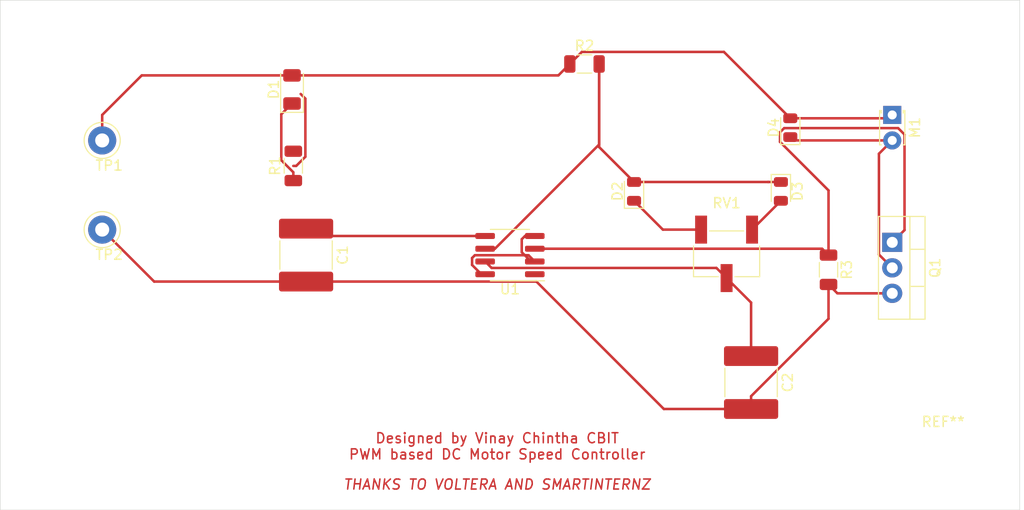
<source format=kicad_pcb>
(kicad_pcb (version 20171130) (host pcbnew "(5.1.9)-1")

  (general
    (thickness 1.6)
    (drawings 6)
    (tracks 71)
    (zones 0)
    (modules 16)
    (nets 13)
  )

  (page A4)
  (layers
    (0 F.Cu signal)
    (31 B.Cu signal)
    (32 B.Adhes user hide)
    (33 F.Adhes user)
    (34 B.Paste user hide)
    (35 F.Paste user)
    (36 B.SilkS user)
    (37 F.SilkS user)
    (38 B.Mask user)
    (39 F.Mask user)
    (40 Dwgs.User user)
    (41 Cmts.User user)
    (42 Eco1.User user)
    (43 Eco2.User user)
    (44 Edge.Cuts user)
    (45 Margin user)
    (46 B.CrtYd user)
    (47 F.CrtYd user)
    (48 B.Fab user)
    (49 F.Fab user)
  )

  (setup
    (last_trace_width 0.25)
    (trace_clearance 0.2)
    (zone_clearance 0.508)
    (zone_45_only no)
    (trace_min 0.2)
    (via_size 0.8)
    (via_drill 0.4)
    (via_min_size 0.4)
    (via_min_drill 0.3)
    (uvia_size 0.3)
    (uvia_drill 0.1)
    (uvias_allowed no)
    (uvia_min_size 0.2)
    (uvia_min_drill 0.1)
    (edge_width 0.05)
    (segment_width 0.2)
    (pcb_text_width 0.3)
    (pcb_text_size 1.5 1.5)
    (mod_edge_width 0.12)
    (mod_text_size 1 1)
    (mod_text_width 0.15)
    (pad_size 1.524 1.524)
    (pad_drill 0.762)
    (pad_to_mask_clearance 0)
    (aux_axis_origin 0 0)
    (grid_origin 233.68 -15.24)
    (visible_elements 7FFFFFFF)
    (pcbplotparams
      (layerselection 0x010fc_ffffffff)
      (usegerberextensions false)
      (usegerberattributes true)
      (usegerberadvancedattributes true)
      (creategerberjobfile true)
      (excludeedgelayer true)
      (linewidth 0.100000)
      (plotframeref false)
      (viasonmask false)
      (mode 1)
      (useauxorigin false)
      (hpglpennumber 1)
      (hpglpenspeed 20)
      (hpglpendiameter 15.000000)
      (psnegative false)
      (psa4output false)
      (plotreference true)
      (plotvalue true)
      (plotinvisibletext false)
      (padsonsilk false)
      (subtractmaskfromsilk false)
      (outputformat 4)
      (mirror false)
      (drillshape 0)
      (scaleselection 1)
      (outputdirectory ""))
  )

  (net 0 "")
  (net 1 "Net-(C1-Pad2)")
  (net 2 /C1)
  (net 3 "Net-(C2-Pad1)")
  (net 4 "Net-(D1-Pad2)")
  (net 5 "Net-(D1-Pad1)")
  (net 6 /2D)
  (net 7 "Net-(D2-Pad1)")
  (net 8 "Net-(D3-Pad2)")
  (net 9 "Net-(D4-Pad1)")
  (net 10 "Net-(Q1-Pad1)")
  (net 11 "Net-(R1-Pad2)")
  (net 12 /VCC)

  (net_class Default "This is the default net class."
    (clearance 0.2)
    (trace_width 0.25)
    (via_dia 0.8)
    (via_drill 0.4)
    (uvia_dia 0.3)
    (uvia_drill 0.1)
    (add_net /2D)
    (add_net /C1)
    (add_net /VCC)
    (add_net "Net-(C1-Pad2)")
    (add_net "Net-(C2-Pad1)")
    (add_net "Net-(D1-Pad1)")
    (add_net "Net-(D1-Pad2)")
    (add_net "Net-(D2-Pad1)")
    (add_net "Net-(D3-Pad2)")
    (add_net "Net-(D4-Pad1)")
    (add_net "Net-(Q1-Pad1)")
    (add_net "Net-(R1-Pad2)")
  )

  (module MountingHole:MountingHole_2.7mm (layer F.Cu) (tedit 56D1B4CB) (tstamp 60553932)
    (at 175.26 119.38)
    (descr "Mounting Hole 2.7mm, no annular")
    (tags "mounting hole 2.7mm no annular")
    (attr virtual)
    (fp_text reference REF** (at 0 -3.7) (layer F.SilkS)
      (effects (font (size 1 1) (thickness 0.15)))
    )
    (fp_text value MountingHole_2.7mm (at 0 3.7) (layer F.Fab)
      (effects (font (size 1 1) (thickness 0.15)))
    )
    (fp_text user %R (at 0.3 0) (layer F.Fab)
      (effects (font (size 1 1) (thickness 0.15)))
    )
    (fp_circle (center 0 0) (end 2.7 0) (layer Cmts.User) (width 0.15))
    (fp_circle (center 0 0) (end 2.95 0) (layer F.CrtYd) (width 0.05))
    (pad 1 np_thru_hole circle (at 0 0) (size 2.7 2.7) (drill 2.7) (layers *.Cu *.Mask))
  )

  (module Package_SO:SOIC-8_3.9x4.9mm_P1.27mm (layer F.Cu) (tedit 5D9F72B1) (tstamp 6054BAEC)
    (at 132.08 99.06 180)
    (descr "SOIC, 8 Pin (JEDEC MS-012AA, https://www.analog.com/media/en/package-pcb-resources/package/pkg_pdf/soic_narrow-r/r_8.pdf), generated with kicad-footprint-generator ipc_gullwing_generator.py")
    (tags "SOIC SO")
    (path /60533BA9)
    (attr smd)
    (fp_text reference U1 (at 0 -3.4) (layer F.SilkS)
      (effects (font (size 1 1) (thickness 0.15)))
    )
    (fp_text value LM555xM (at 0 3.4) (layer F.Fab)
      (effects (font (size 1 1) (thickness 0.15)))
    )
    (fp_text user %R (at 0 0) (layer F.Fab)
      (effects (font (size 0.98 0.98) (thickness 0.15)))
    )
    (fp_line (start 0 2.56) (end 1.95 2.56) (layer F.SilkS) (width 0.12))
    (fp_line (start 0 2.56) (end -1.95 2.56) (layer F.SilkS) (width 0.12))
    (fp_line (start 0 -2.56) (end 1.95 -2.56) (layer F.SilkS) (width 0.12))
    (fp_line (start 0 -2.56) (end -3.45 -2.56) (layer F.SilkS) (width 0.12))
    (fp_line (start -0.975 -2.45) (end 1.95 -2.45) (layer F.Fab) (width 0.1))
    (fp_line (start 1.95 -2.45) (end 1.95 2.45) (layer F.Fab) (width 0.1))
    (fp_line (start 1.95 2.45) (end -1.95 2.45) (layer F.Fab) (width 0.1))
    (fp_line (start -1.95 2.45) (end -1.95 -1.475) (layer F.Fab) (width 0.1))
    (fp_line (start -1.95 -1.475) (end -0.975 -2.45) (layer F.Fab) (width 0.1))
    (fp_line (start -3.7 -2.7) (end -3.7 2.7) (layer F.CrtYd) (width 0.05))
    (fp_line (start -3.7 2.7) (end 3.7 2.7) (layer F.CrtYd) (width 0.05))
    (fp_line (start 3.7 2.7) (end 3.7 -2.7) (layer F.CrtYd) (width 0.05))
    (fp_line (start 3.7 -2.7) (end -3.7 -2.7) (layer F.CrtYd) (width 0.05))
    (pad 8 smd roundrect (at 2.475 -1.905 180) (size 1.95 0.6) (layers F.Cu F.Paste F.Mask) (roundrect_rratio 0.25)
      (net 12 /VCC))
    (pad 7 smd roundrect (at 2.475 -0.635 180) (size 1.95 0.6) (layers F.Cu F.Paste F.Mask) (roundrect_rratio 0.25)
      (net 3 "Net-(C2-Pad1)"))
    (pad 6 smd roundrect (at 2.475 0.635 180) (size 1.95 0.6) (layers F.Cu F.Paste F.Mask) (roundrect_rratio 0.25)
      (net 6 /2D))
    (pad 5 smd roundrect (at 2.475 1.905 180) (size 1.95 0.6) (layers F.Cu F.Paste F.Mask) (roundrect_rratio 0.25)
      (net 2 /C1))
    (pad 4 smd roundrect (at -2.475 1.905 180) (size 1.95 0.6) (layers F.Cu F.Paste F.Mask) (roundrect_rratio 0.25)
      (net 12 /VCC))
    (pad 3 smd roundrect (at -2.475 0.635 180) (size 1.95 0.6) (layers F.Cu F.Paste F.Mask) (roundrect_rratio 0.25)
      (net 10 "Net-(Q1-Pad1)"))
    (pad 2 smd roundrect (at -2.475 -0.635 180) (size 1.95 0.6) (layers F.Cu F.Paste F.Mask) (roundrect_rratio 0.25)
      (net 12 /VCC))
    (pad 1 smd roundrect (at -2.475 -1.905 180) (size 1.95 0.6) (layers F.Cu F.Paste F.Mask) (roundrect_rratio 0.25)
      (net 1 "Net-(C1-Pad2)"))
    (model ${KISYS3DMOD}/Package_SO.3dshapes/SOIC-8_3.9x4.9mm_P1.27mm.wrl
      (at (xyz 0 0 0))
      (scale (xyz 1 1 1))
      (rotate (xyz 0 0 0))
    )
  )

  (module TestPoint:TestPoint_Loop_D3.50mm_Drill1.4mm_Beaded (layer F.Cu) (tedit 5A0F774F) (tstamp 6054BAD2)
    (at 91.44 96.52)
    (descr "wire loop with bead as test point, loop diameter 3.5mm, hole diameter 1.4mm")
    (tags "test point wire loop bead")
    (path /60584F94)
    (fp_text reference TP2 (at 0.7 2.5) (layer F.SilkS)
      (effects (font (size 1 1) (thickness 0.15)))
    )
    (fp_text value "- ve" (at 0 -2.8) (layer F.Fab)
      (effects (font (size 1 1) (thickness 0.15)))
    )
    (fp_text user %R (at 0.7 2.5) (layer F.Fab)
      (effects (font (size 1 1) (thickness 0.15)))
    )
    (fp_line (start -1.6 -0.3) (end -1.6 0.3) (layer F.Fab) (width 0.12))
    (fp_line (start -1.6 0.3) (end 1.6 0.3) (layer F.Fab) (width 0.12))
    (fp_line (start 1.6 0.3) (end 1.6 -0.3) (layer F.Fab) (width 0.12))
    (fp_line (start 1.6 -0.3) (end -1.6 -0.3) (layer F.Fab) (width 0.12))
    (fp_circle (center 0 0) (end 2.1 0) (layer F.CrtYd) (width 0.05))
    (fp_circle (center 0 0) (end 1.8 0) (layer F.SilkS) (width 0.12))
    (fp_circle (center 0 0) (end 1.5 0) (layer F.Fab) (width 0.12))
    (pad 1 thru_hole circle (at 0 0) (size 2.8 2.8) (drill 1.4) (layers *.Cu *.Mask)
      (net 1 "Net-(C1-Pad2)"))
    (model ${KISYS3DMOD}/TestPoint.3dshapes/TestPoint_Loop_D3.50mm_Drill1.4mm_Beaded.wrl
      (at (xyz 0 0 0))
      (scale (xyz 1 1 1))
      (rotate (xyz 0 0 0))
    )
  )

  (module TestPoint:TestPoint_Loop_D3.50mm_Drill1.4mm_Beaded (layer F.Cu) (tedit 5A0F774F) (tstamp 6054BAC5)
    (at 91.44 87.63)
    (descr "wire loop with bead as test point, loop diameter 3.5mm, hole diameter 1.4mm")
    (tags "test point wire loop bead")
    (path /60581DF0)
    (fp_text reference TP1 (at 0.7 2.5) (layer F.SilkS)
      (effects (font (size 1 1) (thickness 0.15)))
    )
    (fp_text value "+ ve" (at 0 -2.8) (layer F.Fab)
      (effects (font (size 1 1) (thickness 0.15)))
    )
    (fp_text user %R (at 0.7 2.5) (layer F.Fab)
      (effects (font (size 1 1) (thickness 0.15)))
    )
    (fp_line (start -1.6 -0.3) (end -1.6 0.3) (layer F.Fab) (width 0.12))
    (fp_line (start -1.6 0.3) (end 1.6 0.3) (layer F.Fab) (width 0.12))
    (fp_line (start 1.6 0.3) (end 1.6 -0.3) (layer F.Fab) (width 0.12))
    (fp_line (start 1.6 -0.3) (end -1.6 -0.3) (layer F.Fab) (width 0.12))
    (fp_circle (center 0 0) (end 2.1 0) (layer F.CrtYd) (width 0.05))
    (fp_circle (center 0 0) (end 1.8 0) (layer F.SilkS) (width 0.12))
    (fp_circle (center 0 0) (end 1.5 0) (layer F.Fab) (width 0.12))
    (pad 1 thru_hole circle (at 0 0) (size 2.8 2.8) (drill 1.4) (layers *.Cu *.Mask)
      (net 4 "Net-(D1-Pad2)"))
    (model ${KISYS3DMOD}/TestPoint.3dshapes/TestPoint_Loop_D3.50mm_Drill1.4mm_Beaded.wrl
      (at (xyz 0 0 0))
      (scale (xyz 1 1 1))
      (rotate (xyz 0 0 0))
    )
  )

  (module Potentiometer_SMD:Potentiometer_Bourns_3269W_Vertical (layer F.Cu) (tedit 5A3D7171) (tstamp 6054BAB8)
    (at 153.67 98.935)
    (descr "Potentiometer, vertical, Bourns 3269W, https://www.bourns.com/docs/Product-Datasheets/3269.pdf")
    (tags "Potentiometer vertical Bourns 3269W")
    (path /6053F2AD)
    (attr smd)
    (fp_text reference RV1 (at 0 -5.06) (layer F.SilkS)
      (effects (font (size 1 1) (thickness 0.15)))
    )
    (fp_text value "100 K" (at 0 5.06) (layer F.Fab)
      (effects (font (size 1 1) (thickness 0.15)))
    )
    (fp_text user %R (at -0.501 -0.005) (layer F.Fab)
      (effects (font (size 0.89 0.89) (thickness 0.15)))
    )
    (fp_circle (center 2.173 0.635) (end 3.063 0.635) (layer F.Fab) (width 0.1))
    (fp_line (start -3.175 -2.165) (end -3.175 2.155) (layer F.Fab) (width 0.1))
    (fp_line (start -3.175 2.155) (end 3.175 2.155) (layer F.Fab) (width 0.1))
    (fp_line (start 3.175 2.155) (end 3.175 -2.165) (layer F.Fab) (width 0.1))
    (fp_line (start 3.175 -2.165) (end -3.175 -2.165) (layer F.Fab) (width 0.1))
    (fp_line (start 2.173 1.517) (end 2.174 -0.246) (layer F.Fab) (width 0.1))
    (fp_line (start 2.173 1.517) (end 2.174 -0.246) (layer F.Fab) (width 0.1))
    (fp_line (start -1.705 -2.285) (end 1.705 -2.285) (layer F.SilkS) (width 0.12))
    (fp_line (start -3.295 2.275) (end -0.835 2.275) (layer F.SilkS) (width 0.12))
    (fp_line (start 0.835 2.275) (end 3.295 2.275) (layer F.SilkS) (width 0.12))
    (fp_line (start -3.295 -0.779) (end -3.295 2.275) (layer F.SilkS) (width 0.12))
    (fp_line (start 3.295 -0.779) (end 3.295 2.275) (layer F.SilkS) (width 0.12))
    (fp_line (start -3.45 -4.1) (end -3.45 4.1) (layer F.CrtYd) (width 0.05))
    (fp_line (start -3.45 4.1) (end 3.45 4.1) (layer F.CrtYd) (width 0.05))
    (fp_line (start 3.45 4.1) (end 3.45 -4.1) (layer F.CrtYd) (width 0.05))
    (fp_line (start 3.45 -4.1) (end -3.45 -4.1) (layer F.CrtYd) (width 0.05))
    (pad 3 smd rect (at -2.54 -2.415) (size 1.19 2.79) (layers F.Cu F.Paste F.Mask)
      (net 7 "Net-(D2-Pad1)"))
    (pad 2 smd rect (at 0 2.415) (size 1.19 2.79) (layers F.Cu F.Paste F.Mask)
      (net 3 "Net-(C2-Pad1)"))
    (pad 1 smd rect (at 2.54 -2.415) (size 1.19 2.79) (layers F.Cu F.Paste F.Mask)
      (net 8 "Net-(D3-Pad2)"))
    (model ${KISYS3DMOD}/Potentiometer_SMD.3dshapes/Potentiometer_Bourns_3269W_Vertical.wrl
      (at (xyz 0 0 0))
      (scale (xyz 1 1 1))
      (rotate (xyz 0 0 0))
    )
  )

  (module Resistor_SMD:R_1206_3216Metric (layer F.Cu) (tedit 5F68FEEE) (tstamp 6054BAA0)
    (at 163.83 100.5225 270)
    (descr "Resistor SMD 1206 (3216 Metric), square (rectangular) end terminal, IPC_7351 nominal, (Body size source: IPC-SM-782 page 72, https://www.pcb-3d.com/wordpress/wp-content/uploads/ipc-sm-782a_amendment_1_and_2.pdf), generated with kicad-footprint-generator")
    (tags resistor)
    (path /6053DEDB)
    (attr smd)
    (fp_text reference R3 (at 0 -1.82 90) (layer F.SilkS)
      (effects (font (size 1 1) (thickness 0.15)))
    )
    (fp_text value "100 K" (at 0 1.82 90) (layer F.Fab)
      (effects (font (size 1 1) (thickness 0.15)))
    )
    (fp_text user %R (at 0 0 90) (layer F.Fab)
      (effects (font (size 0.8 0.8) (thickness 0.12)))
    )
    (fp_line (start -1.6 0.8) (end -1.6 -0.8) (layer F.Fab) (width 0.1))
    (fp_line (start -1.6 -0.8) (end 1.6 -0.8) (layer F.Fab) (width 0.1))
    (fp_line (start 1.6 -0.8) (end 1.6 0.8) (layer F.Fab) (width 0.1))
    (fp_line (start 1.6 0.8) (end -1.6 0.8) (layer F.Fab) (width 0.1))
    (fp_line (start -0.727064 -0.91) (end 0.727064 -0.91) (layer F.SilkS) (width 0.12))
    (fp_line (start -0.727064 0.91) (end 0.727064 0.91) (layer F.SilkS) (width 0.12))
    (fp_line (start -2.28 1.12) (end -2.28 -1.12) (layer F.CrtYd) (width 0.05))
    (fp_line (start -2.28 -1.12) (end 2.28 -1.12) (layer F.CrtYd) (width 0.05))
    (fp_line (start 2.28 -1.12) (end 2.28 1.12) (layer F.CrtYd) (width 0.05))
    (fp_line (start 2.28 1.12) (end -2.28 1.12) (layer F.CrtYd) (width 0.05))
    (pad 2 smd roundrect (at 1.4625 0 270) (size 1.125 1.75) (layers F.Cu F.Paste F.Mask) (roundrect_rratio 0.2222213333333333)
      (net 1 "Net-(C1-Pad2)"))
    (pad 1 smd roundrect (at -1.4625 0 270) (size 1.125 1.75) (layers F.Cu F.Paste F.Mask) (roundrect_rratio 0.2222213333333333)
      (net 10 "Net-(Q1-Pad1)"))
    (model ${KISYS3DMOD}/Resistor_SMD.3dshapes/R_1206_3216Metric.wrl
      (at (xyz 0 0 0))
      (scale (xyz 1 1 1))
      (rotate (xyz 0 0 0))
    )
  )

  (module Resistor_SMD:R_1206_3216Metric (layer F.Cu) (tedit 5F68FEEE) (tstamp 6054BA8F)
    (at 139.5075 80.01)
    (descr "Resistor SMD 1206 (3216 Metric), square (rectangular) end terminal, IPC_7351 nominal, (Body size source: IPC-SM-782 page 72, https://www.pcb-3d.com/wordpress/wp-content/uploads/ipc-sm-782a_amendment_1_and_2.pdf), generated with kicad-footprint-generator")
    (tags resistor)
    (path /60540C75)
    (attr smd)
    (fp_text reference R2 (at 0 -1.82) (layer F.SilkS)
      (effects (font (size 1 1) (thickness 0.15)))
    )
    (fp_text value "1 K" (at 0 1.82) (layer F.Fab)
      (effects (font (size 1 1) (thickness 0.15)))
    )
    (fp_text user %R (at 0 0) (layer F.Fab)
      (effects (font (size 0.8 0.8) (thickness 0.12)))
    )
    (fp_line (start -1.6 0.8) (end -1.6 -0.8) (layer F.Fab) (width 0.1))
    (fp_line (start -1.6 -0.8) (end 1.6 -0.8) (layer F.Fab) (width 0.1))
    (fp_line (start 1.6 -0.8) (end 1.6 0.8) (layer F.Fab) (width 0.1))
    (fp_line (start 1.6 0.8) (end -1.6 0.8) (layer F.Fab) (width 0.1))
    (fp_line (start -0.727064 -0.91) (end 0.727064 -0.91) (layer F.SilkS) (width 0.12))
    (fp_line (start -0.727064 0.91) (end 0.727064 0.91) (layer F.SilkS) (width 0.12))
    (fp_line (start -2.28 1.12) (end -2.28 -1.12) (layer F.CrtYd) (width 0.05))
    (fp_line (start -2.28 -1.12) (end 2.28 -1.12) (layer F.CrtYd) (width 0.05))
    (fp_line (start 2.28 -1.12) (end 2.28 1.12) (layer F.CrtYd) (width 0.05))
    (fp_line (start 2.28 1.12) (end -2.28 1.12) (layer F.CrtYd) (width 0.05))
    (pad 2 smd roundrect (at 1.4625 0) (size 1.125 1.75) (layers F.Cu F.Paste F.Mask) (roundrect_rratio 0.2222213333333333)
      (net 6 /2D))
    (pad 1 smd roundrect (at -1.4625 0) (size 1.125 1.75) (layers F.Cu F.Paste F.Mask) (roundrect_rratio 0.2222213333333333)
      (net 4 "Net-(D1-Pad2)"))
    (model ${KISYS3DMOD}/Resistor_SMD.3dshapes/R_1206_3216Metric.wrl
      (at (xyz 0 0 0))
      (scale (xyz 1 1 1))
      (rotate (xyz 0 0 0))
    )
  )

  (module Resistor_SMD:R_1206_3216Metric (layer F.Cu) (tedit 5F68FEEE) (tstamp 6054BA7E)
    (at 110.49 90.17 90)
    (descr "Resistor SMD 1206 (3216 Metric), square (rectangular) end terminal, IPC_7351 nominal, (Body size source: IPC-SM-782 page 72, https://www.pcb-3d.com/wordpress/wp-content/uploads/ipc-sm-782a_amendment_1_and_2.pdf), generated with kicad-footprint-generator")
    (tags resistor)
    (path /6054130F)
    (attr smd)
    (fp_text reference R1 (at 0 -1.82 90) (layer F.SilkS)
      (effects (font (size 1 1) (thickness 0.15)))
    )
    (fp_text value "1 K" (at 0 1.82 90) (layer F.Fab)
      (effects (font (size 1 1) (thickness 0.15)))
    )
    (fp_text user %R (at 0 0 90) (layer F.Fab)
      (effects (font (size 0.8 0.8) (thickness 0.12)))
    )
    (fp_line (start -1.6 0.8) (end -1.6 -0.8) (layer F.Fab) (width 0.1))
    (fp_line (start -1.6 -0.8) (end 1.6 -0.8) (layer F.Fab) (width 0.1))
    (fp_line (start 1.6 -0.8) (end 1.6 0.8) (layer F.Fab) (width 0.1))
    (fp_line (start 1.6 0.8) (end -1.6 0.8) (layer F.Fab) (width 0.1))
    (fp_line (start -0.727064 -0.91) (end 0.727064 -0.91) (layer F.SilkS) (width 0.12))
    (fp_line (start -0.727064 0.91) (end 0.727064 0.91) (layer F.SilkS) (width 0.12))
    (fp_line (start -2.28 1.12) (end -2.28 -1.12) (layer F.CrtYd) (width 0.05))
    (fp_line (start -2.28 -1.12) (end 2.28 -1.12) (layer F.CrtYd) (width 0.05))
    (fp_line (start 2.28 -1.12) (end 2.28 1.12) (layer F.CrtYd) (width 0.05))
    (fp_line (start 2.28 1.12) (end -2.28 1.12) (layer F.CrtYd) (width 0.05))
    (pad 2 smd roundrect (at 1.4625 0 90) (size 1.125 1.75) (layers F.Cu F.Paste F.Mask) (roundrect_rratio 0.2222213333333333)
      (net 11 "Net-(R1-Pad2)"))
    (pad 1 smd roundrect (at -1.4625 0 90) (size 1.125 1.75) (layers F.Cu F.Paste F.Mask) (roundrect_rratio 0.2222213333333333)
      (net 5 "Net-(D1-Pad1)"))
    (model ${KISYS3DMOD}/Resistor_SMD.3dshapes/R_1206_3216Metric.wrl
      (at (xyz 0 0 0))
      (scale (xyz 1 1 1))
      (rotate (xyz 0 0 0))
    )
  )

  (module Package_TO_SOT_THT:TO-220-3_Vertical (layer F.Cu) (tedit 5AC8BA0D) (tstamp 6054BA6D)
    (at 170.18 97.79 270)
    (descr "TO-220-3, Vertical, RM 2.54mm, see https://www.vishay.com/docs/66542/to-220-1.pdf")
    (tags "TO-220-3 Vertical RM 2.54mm")
    (path /60541876)
    (fp_text reference Q1 (at 2.54 -4.27 90) (layer F.SilkS)
      (effects (font (size 1 1) (thickness 0.15)))
    )
    (fp_text value TIP122 (at 2.54 2.5 90) (layer F.Fab)
      (effects (font (size 1 1) (thickness 0.15)))
    )
    (fp_text user %R (at 2.54 -4.27 90) (layer F.Fab)
      (effects (font (size 1 1) (thickness 0.15)))
    )
    (fp_line (start -2.46 -3.15) (end -2.46 1.25) (layer F.Fab) (width 0.1))
    (fp_line (start -2.46 1.25) (end 7.54 1.25) (layer F.Fab) (width 0.1))
    (fp_line (start 7.54 1.25) (end 7.54 -3.15) (layer F.Fab) (width 0.1))
    (fp_line (start 7.54 -3.15) (end -2.46 -3.15) (layer F.Fab) (width 0.1))
    (fp_line (start -2.46 -1.88) (end 7.54 -1.88) (layer F.Fab) (width 0.1))
    (fp_line (start 0.69 -3.15) (end 0.69 -1.88) (layer F.Fab) (width 0.1))
    (fp_line (start 4.39 -3.15) (end 4.39 -1.88) (layer F.Fab) (width 0.1))
    (fp_line (start -2.58 -3.27) (end 7.66 -3.27) (layer F.SilkS) (width 0.12))
    (fp_line (start -2.58 1.371) (end 7.66 1.371) (layer F.SilkS) (width 0.12))
    (fp_line (start -2.58 -3.27) (end -2.58 1.371) (layer F.SilkS) (width 0.12))
    (fp_line (start 7.66 -3.27) (end 7.66 1.371) (layer F.SilkS) (width 0.12))
    (fp_line (start -2.58 -1.76) (end 7.66 -1.76) (layer F.SilkS) (width 0.12))
    (fp_line (start 0.69 -3.27) (end 0.69 -1.76) (layer F.SilkS) (width 0.12))
    (fp_line (start 4.391 -3.27) (end 4.391 -1.76) (layer F.SilkS) (width 0.12))
    (fp_line (start -2.71 -3.4) (end -2.71 1.51) (layer F.CrtYd) (width 0.05))
    (fp_line (start -2.71 1.51) (end 7.79 1.51) (layer F.CrtYd) (width 0.05))
    (fp_line (start 7.79 1.51) (end 7.79 -3.4) (layer F.CrtYd) (width 0.05))
    (fp_line (start 7.79 -3.4) (end -2.71 -3.4) (layer F.CrtYd) (width 0.05))
    (pad 3 thru_hole oval (at 5.08 0 270) (size 1.905 2) (drill 1.1) (layers *.Cu *.Mask)
      (net 1 "Net-(C1-Pad2)"))
    (pad 2 thru_hole oval (at 2.54 0 270) (size 1.905 2) (drill 1.1) (layers *.Cu *.Mask)
      (net 9 "Net-(D4-Pad1)"))
    (pad 1 thru_hole rect (at 0 0 270) (size 1.905 2) (drill 1.1) (layers *.Cu *.Mask)
      (net 10 "Net-(Q1-Pad1)"))
    (model ${KISYS3DMOD}/Package_TO_SOT_THT.3dshapes/TO-220-3_Vertical.wrl
      (at (xyz 0 0 0))
      (scale (xyz 1 1 1))
      (rotate (xyz 0 0 0))
    )
  )

  (module LED_THT:LED_D1.8mm_W3.3mm_H2.4mm (layer F.Cu) (tedit 5880A862) (tstamp 6054BA53)
    (at 170.18 85.09 270)
    (descr "LED, Round,  Rectangular size 3.3x2.4mm^2 diameter 1.8mm, 2 pins")
    (tags "LED Round  Rectangular size 3.3x2.4mm^2 diameter 1.8mm 2 pins")
    (path /6054C614)
    (fp_text reference M1 (at 1.27 -2.26 90) (layer F.SilkS)
      (effects (font (size 1 1) (thickness 0.15)))
    )
    (fp_text value Motor_DC (at 1.27 2.26 90) (layer F.Fab)
      (effects (font (size 1 1) (thickness 0.15)))
    )
    (fp_circle (center 1.27 0) (end 2.17 0) (layer F.Fab) (width 0.1))
    (fp_line (start -0.38 -1.2) (end -0.38 1.2) (layer F.Fab) (width 0.1))
    (fp_line (start -0.38 1.2) (end 2.92 1.2) (layer F.Fab) (width 0.1))
    (fp_line (start 2.92 1.2) (end 2.92 -1.2) (layer F.Fab) (width 0.1))
    (fp_line (start 2.92 -1.2) (end -0.38 -1.2) (layer F.Fab) (width 0.1))
    (fp_line (start -0.44 -1.26) (end 2.98 -1.26) (layer F.SilkS) (width 0.12))
    (fp_line (start -0.44 1.26) (end 2.98 1.26) (layer F.SilkS) (width 0.12))
    (fp_line (start -0.44 -1.26) (end -0.44 -1.08) (layer F.SilkS) (width 0.12))
    (fp_line (start -0.44 1.08) (end -0.44 1.26) (layer F.SilkS) (width 0.12))
    (fp_line (start 2.98 -1.26) (end 2.98 -1.095) (layer F.SilkS) (width 0.12))
    (fp_line (start 2.98 1.095) (end 2.98 1.26) (layer F.SilkS) (width 0.12))
    (fp_line (start -0.32 -1.26) (end -0.32 -1.08) (layer F.SilkS) (width 0.12))
    (fp_line (start -0.32 1.08) (end -0.32 1.26) (layer F.SilkS) (width 0.12))
    (fp_line (start -0.2 -1.26) (end -0.2 -1.08) (layer F.SilkS) (width 0.12))
    (fp_line (start -0.2 1.08) (end -0.2 1.26) (layer F.SilkS) (width 0.12))
    (fp_line (start -1.15 -1.55) (end -1.15 1.55) (layer F.CrtYd) (width 0.05))
    (fp_line (start -1.15 1.55) (end 3.7 1.55) (layer F.CrtYd) (width 0.05))
    (fp_line (start 3.7 1.55) (end 3.7 -1.55) (layer F.CrtYd) (width 0.05))
    (fp_line (start 3.7 -1.55) (end -1.15 -1.55) (layer F.CrtYd) (width 0.05))
    (pad 2 thru_hole circle (at 2.54 0 270) (size 1.8 1.8) (drill 0.9) (layers *.Cu *.Mask)
      (net 9 "Net-(D4-Pad1)"))
    (pad 1 thru_hole rect (at 0 0 270) (size 1.8 1.8) (drill 0.9) (layers *.Cu *.Mask)
      (net 4 "Net-(D1-Pad2)"))
    (model ${KISYS3DMOD}/LED_THT.3dshapes/LED_D1.8mm_W3.3mm_H2.4mm.wrl
      (at (xyz 0 0 0))
      (scale (xyz 1 1 1))
      (rotate (xyz 0 0 0))
    )
  )

  (module Diode_SMD:D_0805_2012Metric (layer F.Cu) (tedit 5F68FEF0) (tstamp 6054BA3A)
    (at 160.02 86.36 90)
    (descr "Diode SMD 0805 (2012 Metric), square (rectangular) end terminal, IPC_7351 nominal, (Body size source: https://docs.google.com/spreadsheets/d/1BsfQQcO9C6DZCsRaXUlFlo91Tg2WpOkGARC1WS5S8t0/edit?usp=sharing), generated with kicad-footprint-generator")
    (tags diode)
    (path /6055CDAB)
    (attr smd)
    (fp_text reference D4 (at 0 -1.65 90) (layer F.SilkS)
      (effects (font (size 1 1) (thickness 0.15)))
    )
    (fp_text value DIODE (at 0 1.65 90) (layer F.Fab)
      (effects (font (size 1 1) (thickness 0.15)))
    )
    (fp_text user %R (at 0 0 90) (layer F.Fab)
      (effects (font (size 0.5 0.5) (thickness 0.08)))
    )
    (fp_line (start 1 -0.6) (end -0.7 -0.6) (layer F.Fab) (width 0.1))
    (fp_line (start -0.7 -0.6) (end -1 -0.3) (layer F.Fab) (width 0.1))
    (fp_line (start -1 -0.3) (end -1 0.6) (layer F.Fab) (width 0.1))
    (fp_line (start -1 0.6) (end 1 0.6) (layer F.Fab) (width 0.1))
    (fp_line (start 1 0.6) (end 1 -0.6) (layer F.Fab) (width 0.1))
    (fp_line (start 1 -0.96) (end -1.685 -0.96) (layer F.SilkS) (width 0.12))
    (fp_line (start -1.685 -0.96) (end -1.685 0.96) (layer F.SilkS) (width 0.12))
    (fp_line (start -1.685 0.96) (end 1 0.96) (layer F.SilkS) (width 0.12))
    (fp_line (start -1.68 0.95) (end -1.68 -0.95) (layer F.CrtYd) (width 0.05))
    (fp_line (start -1.68 -0.95) (end 1.68 -0.95) (layer F.CrtYd) (width 0.05))
    (fp_line (start 1.68 -0.95) (end 1.68 0.95) (layer F.CrtYd) (width 0.05))
    (fp_line (start 1.68 0.95) (end -1.68 0.95) (layer F.CrtYd) (width 0.05))
    (pad 2 smd roundrect (at 0.9375 0 90) (size 0.975 1.4) (layers F.Cu F.Paste F.Mask) (roundrect_rratio 0.25)
      (net 4 "Net-(D1-Pad2)"))
    (pad 1 smd roundrect (at -0.9375 0 90) (size 0.975 1.4) (layers F.Cu F.Paste F.Mask) (roundrect_rratio 0.25)
      (net 9 "Net-(D4-Pad1)"))
    (model ${KISYS3DMOD}/Diode_SMD.3dshapes/D_0805_2012Metric.wrl
      (at (xyz 0 0 0))
      (scale (xyz 1 1 1))
      (rotate (xyz 0 0 0))
    )
  )

  (module Diode_SMD:D_0805_2012Metric (layer F.Cu) (tedit 5F68FEF0) (tstamp 6054BA27)
    (at 159.0825 92.71 270)
    (descr "Diode SMD 0805 (2012 Metric), square (rectangular) end terminal, IPC_7351 nominal, (Body size source: https://docs.google.com/spreadsheets/d/1BsfQQcO9C6DZCsRaXUlFlo91Tg2WpOkGARC1WS5S8t0/edit?usp=sharing), generated with kicad-footprint-generator")
    (tags diode)
    (path /6055DA57)
    (attr smd)
    (fp_text reference D3 (at 0 -1.65 90) (layer F.SilkS)
      (effects (font (size 1 1) (thickness 0.15)))
    )
    (fp_text value DIODE (at 0 1.65 90) (layer F.Fab)
      (effects (font (size 1 1) (thickness 0.15)))
    )
    (fp_text user %R (at 0 0 90) (layer F.Fab)
      (effects (font (size 0.5 0.5) (thickness 0.08)))
    )
    (fp_line (start 1 -0.6) (end -0.7 -0.6) (layer F.Fab) (width 0.1))
    (fp_line (start -0.7 -0.6) (end -1 -0.3) (layer F.Fab) (width 0.1))
    (fp_line (start -1 -0.3) (end -1 0.6) (layer F.Fab) (width 0.1))
    (fp_line (start -1 0.6) (end 1 0.6) (layer F.Fab) (width 0.1))
    (fp_line (start 1 0.6) (end 1 -0.6) (layer F.Fab) (width 0.1))
    (fp_line (start 1 -0.96) (end -1.685 -0.96) (layer F.SilkS) (width 0.12))
    (fp_line (start -1.685 -0.96) (end -1.685 0.96) (layer F.SilkS) (width 0.12))
    (fp_line (start -1.685 0.96) (end 1 0.96) (layer F.SilkS) (width 0.12))
    (fp_line (start -1.68 0.95) (end -1.68 -0.95) (layer F.CrtYd) (width 0.05))
    (fp_line (start -1.68 -0.95) (end 1.68 -0.95) (layer F.CrtYd) (width 0.05))
    (fp_line (start 1.68 -0.95) (end 1.68 0.95) (layer F.CrtYd) (width 0.05))
    (fp_line (start 1.68 0.95) (end -1.68 0.95) (layer F.CrtYd) (width 0.05))
    (pad 2 smd roundrect (at 0.9375 0 270) (size 0.975 1.4) (layers F.Cu F.Paste F.Mask) (roundrect_rratio 0.25)
      (net 8 "Net-(D3-Pad2)"))
    (pad 1 smd roundrect (at -0.9375 0 270) (size 0.975 1.4) (layers F.Cu F.Paste F.Mask) (roundrect_rratio 0.25)
      (net 6 /2D))
    (model ${KISYS3DMOD}/Diode_SMD.3dshapes/D_0805_2012Metric.wrl
      (at (xyz 0 0 0))
      (scale (xyz 1 1 1))
      (rotate (xyz 0 0 0))
    )
  )

  (module Diode_SMD:D_0805_2012Metric (layer F.Cu) (tedit 5F68FEF0) (tstamp 6054BA14)
    (at 144.4475 92.71 90)
    (descr "Diode SMD 0805 (2012 Metric), square (rectangular) end terminal, IPC_7351 nominal, (Body size source: https://docs.google.com/spreadsheets/d/1BsfQQcO9C6DZCsRaXUlFlo91Tg2WpOkGARC1WS5S8t0/edit?usp=sharing), generated with kicad-footprint-generator")
    (tags diode)
    (path /60561954)
    (attr smd)
    (fp_text reference D2 (at 0 -1.65 90) (layer F.SilkS)
      (effects (font (size 1 1) (thickness 0.15)))
    )
    (fp_text value DIODE (at 0 1.65 90) (layer F.Fab)
      (effects (font (size 1 1) (thickness 0.15)))
    )
    (fp_text user %R (at 0 0 90) (layer F.Fab)
      (effects (font (size 0.5 0.5) (thickness 0.08)))
    )
    (fp_line (start 1 -0.6) (end -0.7 -0.6) (layer F.Fab) (width 0.1))
    (fp_line (start -0.7 -0.6) (end -1 -0.3) (layer F.Fab) (width 0.1))
    (fp_line (start -1 -0.3) (end -1 0.6) (layer F.Fab) (width 0.1))
    (fp_line (start -1 0.6) (end 1 0.6) (layer F.Fab) (width 0.1))
    (fp_line (start 1 0.6) (end 1 -0.6) (layer F.Fab) (width 0.1))
    (fp_line (start 1 -0.96) (end -1.685 -0.96) (layer F.SilkS) (width 0.12))
    (fp_line (start -1.685 -0.96) (end -1.685 0.96) (layer F.SilkS) (width 0.12))
    (fp_line (start -1.685 0.96) (end 1 0.96) (layer F.SilkS) (width 0.12))
    (fp_line (start -1.68 0.95) (end -1.68 -0.95) (layer F.CrtYd) (width 0.05))
    (fp_line (start -1.68 -0.95) (end 1.68 -0.95) (layer F.CrtYd) (width 0.05))
    (fp_line (start 1.68 -0.95) (end 1.68 0.95) (layer F.CrtYd) (width 0.05))
    (fp_line (start 1.68 0.95) (end -1.68 0.95) (layer F.CrtYd) (width 0.05))
    (pad 2 smd roundrect (at 0.9375 0 90) (size 0.975 1.4) (layers F.Cu F.Paste F.Mask) (roundrect_rratio 0.25)
      (net 6 /2D))
    (pad 1 smd roundrect (at -0.9375 0 90) (size 0.975 1.4) (layers F.Cu F.Paste F.Mask) (roundrect_rratio 0.25)
      (net 7 "Net-(D2-Pad1)"))
    (model ${KISYS3DMOD}/Diode_SMD.3dshapes/D_0805_2012Metric.wrl
      (at (xyz 0 0 0))
      (scale (xyz 1 1 1))
      (rotate (xyz 0 0 0))
    )
  )

  (module LED_SMD:LED_1206_3216Metric (layer F.Cu) (tedit 5F68FEF1) (tstamp 6054BA01)
    (at 110.36 82.55 90)
    (descr "LED SMD 1206 (3216 Metric), square (rectangular) end terminal, IPC_7351 nominal, (Body size source: http://www.tortai-tech.com/upload/download/2011102023233369053.pdf), generated with kicad-footprint-generator")
    (tags LED)
    (path /6053FB0F)
    (attr smd)
    (fp_text reference D1 (at 0 -1.82 90) (layer F.SilkS)
      (effects (font (size 1 1) (thickness 0.15)))
    )
    (fp_text value LED (at 0 1.82 90) (layer F.Fab)
      (effects (font (size 1 1) (thickness 0.15)))
    )
    (fp_text user %R (at 0 0 90) (layer F.Fab)
      (effects (font (size 0.8 0.8) (thickness 0.12)))
    )
    (fp_line (start 1.6 -0.8) (end -1.2 -0.8) (layer F.Fab) (width 0.1))
    (fp_line (start -1.2 -0.8) (end -1.6 -0.4) (layer F.Fab) (width 0.1))
    (fp_line (start -1.6 -0.4) (end -1.6 0.8) (layer F.Fab) (width 0.1))
    (fp_line (start -1.6 0.8) (end 1.6 0.8) (layer F.Fab) (width 0.1))
    (fp_line (start 1.6 0.8) (end 1.6 -0.8) (layer F.Fab) (width 0.1))
    (fp_line (start 1.6 -1.135) (end -2.285 -1.135) (layer F.SilkS) (width 0.12))
    (fp_line (start -2.285 -1.135) (end -2.285 1.135) (layer F.SilkS) (width 0.12))
    (fp_line (start -2.285 1.135) (end 1.6 1.135) (layer F.SilkS) (width 0.12))
    (fp_line (start -2.28 1.12) (end -2.28 -1.12) (layer F.CrtYd) (width 0.05))
    (fp_line (start -2.28 -1.12) (end 2.28 -1.12) (layer F.CrtYd) (width 0.05))
    (fp_line (start 2.28 -1.12) (end 2.28 1.12) (layer F.CrtYd) (width 0.05))
    (fp_line (start 2.28 1.12) (end -2.28 1.12) (layer F.CrtYd) (width 0.05))
    (pad 2 smd roundrect (at 1.4 0 90) (size 1.25 1.75) (layers F.Cu F.Paste F.Mask) (roundrect_rratio 0.2)
      (net 4 "Net-(D1-Pad2)"))
    (pad 1 smd roundrect (at -1.4 0 90) (size 1.25 1.75) (layers F.Cu F.Paste F.Mask) (roundrect_rratio 0.2)
      (net 5 "Net-(D1-Pad1)"))
    (model ${KISYS3DMOD}/LED_SMD.3dshapes/LED_1206_3216Metric.wrl
      (at (xyz 0 0 0))
      (scale (xyz 1 1 1))
      (rotate (xyz 0 0 0))
    )
  )

  (module Capacitor_SMD:C_2220_5650Metric_Pad1.97x5.40mm_HandSolder (layer F.Cu) (tedit 5F68FEEF) (tstamp 6054B9EE)
    (at 156.1125 111.76 270)
    (descr "Capacitor SMD 2220 (5650 Metric), square (rectangular) end terminal, IPC_7351 nominal with elongated pad for handsoldering. (Body size from: http://datasheets.avx.com/AVX-HV_MLCC.pdf), generated with kicad-footprint-generator")
    (tags "capacitor handsolder")
    (path /605390E7)
    (attr smd)
    (fp_text reference C2 (at 0 -3.65 90) (layer F.SilkS)
      (effects (font (size 1 1) (thickness 0.15)))
    )
    (fp_text value "10 nf" (at 0 3.65 90) (layer F.Fab)
      (effects (font (size 1 1) (thickness 0.15)))
    )
    (fp_text user %R (at 0 0 90) (layer F.Fab)
      (effects (font (size 1 1) (thickness 0.15)))
    )
    (fp_line (start -2.85 2.5) (end -2.85 -2.5) (layer F.Fab) (width 0.1))
    (fp_line (start -2.85 -2.5) (end 2.85 -2.5) (layer F.Fab) (width 0.1))
    (fp_line (start 2.85 -2.5) (end 2.85 2.5) (layer F.Fab) (width 0.1))
    (fp_line (start 2.85 2.5) (end -2.85 2.5) (layer F.Fab) (width 0.1))
    (fp_line (start -1.415748 -2.61) (end 1.415748 -2.61) (layer F.SilkS) (width 0.12))
    (fp_line (start -1.415748 2.61) (end 1.415748 2.61) (layer F.SilkS) (width 0.12))
    (fp_line (start -3.88 2.95) (end -3.88 -2.95) (layer F.CrtYd) (width 0.05))
    (fp_line (start -3.88 -2.95) (end 3.88 -2.95) (layer F.CrtYd) (width 0.05))
    (fp_line (start 3.88 -2.95) (end 3.88 2.95) (layer F.CrtYd) (width 0.05))
    (fp_line (start 3.88 2.95) (end -3.88 2.95) (layer F.CrtYd) (width 0.05))
    (pad 2 smd roundrect (at 2.6375 0 270) (size 1.975 5.4) (layers F.Cu F.Paste F.Mask) (roundrect_rratio 0.1265812658227848)
      (net 1 "Net-(C1-Pad2)"))
    (pad 1 smd roundrect (at -2.6375 0 270) (size 1.975 5.4) (layers F.Cu F.Paste F.Mask) (roundrect_rratio 0.1265812658227848)
      (net 3 "Net-(C2-Pad1)"))
    (model ${KISYS3DMOD}/Capacitor_SMD.3dshapes/C_2220_5650Metric.wrl
      (at (xyz 0 0 0))
      (scale (xyz 1 1 1))
      (rotate (xyz 0 0 0))
    )
  )

  (module Capacitor_SMD:C_2220_5650Metric_Pad1.97x5.40mm_HandSolder (layer F.Cu) (tedit 5F68FEEF) (tstamp 6054B9DD)
    (at 111.76 99.06 270)
    (descr "Capacitor SMD 2220 (5650 Metric), square (rectangular) end terminal, IPC_7351 nominal with elongated pad for handsoldering. (Body size from: http://datasheets.avx.com/AVX-HV_MLCC.pdf), generated with kicad-footprint-generator")
    (tags "capacitor handsolder")
    (path /6053D3FD)
    (attr smd)
    (fp_text reference C1 (at 0 -3.65 90) (layer F.SilkS)
      (effects (font (size 1 1) (thickness 0.15)))
    )
    (fp_text value "10 nf" (at 0 3.65 90) (layer F.Fab)
      (effects (font (size 1 1) (thickness 0.15)))
    )
    (fp_text user %R (at 0 0 90) (layer F.Fab)
      (effects (font (size 1 1) (thickness 0.15)))
    )
    (fp_line (start -2.85 2.5) (end -2.85 -2.5) (layer F.Fab) (width 0.1))
    (fp_line (start -2.85 -2.5) (end 2.85 -2.5) (layer F.Fab) (width 0.1))
    (fp_line (start 2.85 -2.5) (end 2.85 2.5) (layer F.Fab) (width 0.1))
    (fp_line (start 2.85 2.5) (end -2.85 2.5) (layer F.Fab) (width 0.1))
    (fp_line (start -1.415748 -2.61) (end 1.415748 -2.61) (layer F.SilkS) (width 0.12))
    (fp_line (start -1.415748 2.61) (end 1.415748 2.61) (layer F.SilkS) (width 0.12))
    (fp_line (start -3.88 2.95) (end -3.88 -2.95) (layer F.CrtYd) (width 0.05))
    (fp_line (start -3.88 -2.95) (end 3.88 -2.95) (layer F.CrtYd) (width 0.05))
    (fp_line (start 3.88 -2.95) (end 3.88 2.95) (layer F.CrtYd) (width 0.05))
    (fp_line (start 3.88 2.95) (end -3.88 2.95) (layer F.CrtYd) (width 0.05))
    (pad 2 smd roundrect (at 2.6375 0 270) (size 1.975 5.4) (layers F.Cu F.Paste F.Mask) (roundrect_rratio 0.1265812658227848)
      (net 1 "Net-(C1-Pad2)"))
    (pad 1 smd roundrect (at -2.6375 0 270) (size 1.975 5.4) (layers F.Cu F.Paste F.Mask) (roundrect_rratio 0.1265812658227848)
      (net 2 /C1))
    (model ${KISYS3DMOD}/Capacitor_SMD.3dshapes/C_2220_5650Metric.wrl
      (at (xyz 0 0 0))
      (scale (xyz 1 1 1))
      (rotate (xyz 0 0 0))
    )
  )

  (gr_text "THANKS TO VOLTERA AND SMARTINTERNZ" (at 130.81 121.92) (layer F.Cu)
    (effects (font (size 1 1) (thickness 0.15) italic))
  )
  (gr_text "Designed by Vinay Chintha CBIT\nPWM based DC Motor Speed Controller" (at 130.81 118.11) (layer F.Cu)
    (effects (font (size 1 1) (thickness 0.15)))
  )
  (gr_line (start 182.88 73.66) (end 81.28 73.66) (layer Edge.Cuts) (width 0.05) (tstamp 605533BF))
  (gr_line (start 182.88 124.46) (end 182.88 73.66) (layer Edge.Cuts) (width 0.05))
  (gr_line (start 81.28 124.46) (end 182.88 124.46) (layer Edge.Cuts) (width 0.05))
  (gr_line (start 81.28 73.66) (end 81.28 124.46) (layer Edge.Cuts) (width 0.05))

  (segment (start 111.69001 83.46682) (end 111.22318 82.99999) (width 0.25) (layer F.Cu) (net 0))
  (segment (start 111.69001 89.25818) (end 111.69001 83.46682) (width 0.25) (layer F.Cu) (net 0))
  (segment (start 110.77819 90.17) (end 111.69001 89.25818) (width 0.25) (layer F.Cu) (net 0))
  (segment (start 110.49 90.17) (end 110.77819 90.17) (width 0.25) (layer F.Cu) (net 0))
  (segment (start 164.715 102.87) (end 163.83 101.985) (width 0.25) (layer F.Cu) (net 1))
  (segment (start 170.18 102.87) (end 164.715 102.87) (width 0.25) (layer F.Cu) (net 1))
  (segment (start 156.1125 113.12319) (end 156.1125 114.3975) (width 0.25) (layer F.Cu) (net 1))
  (segment (start 163.83 105.40569) (end 156.1125 113.12319) (width 0.25) (layer F.Cu) (net 1))
  (segment (start 163.83 101.985) (end 163.83 105.40569) (width 0.25) (layer F.Cu) (net 1))
  (segment (start 156.1125 114.3975) (end 147.4175 114.3975) (width 0.25) (layer F.Cu) (net 1))
  (segment (start 134.7175 101.6975) (end 111.76 101.6975) (width 0.25) (layer F.Cu) (net 1))
  (segment (start 147.4175 114.3975) (end 134.7175 101.6975) (width 0.25) (layer F.Cu) (net 1))
  (segment (start 96.6175 101.6975) (end 91.44 96.52) (width 0.25) (layer F.Cu) (net 1))
  (segment (start 111.76 101.6975) (end 96.6175 101.6975) (width 0.25) (layer F.Cu) (net 1))
  (segment (start 112.4925 97.155) (end 111.76 96.4225) (width 0.25) (layer F.Cu) (net 2))
  (segment (start 129.605 97.155) (end 112.4925 97.155) (width 0.25) (layer F.Cu) (net 2))
  (segment (start 156.1125 103.7925) (end 153.67 101.35) (width 0.25) (layer F.Cu) (net 3))
  (segment (start 156.1125 109.1225) (end 156.1125 103.7925) (width 0.25) (layer F.Cu) (net 3))
  (segment (start 130.24999 100.33999) (end 129.605 99.695) (width 0.25) (layer F.Cu) (net 3))
  (segment (start 152.65999 100.33999) (end 130.24999 100.33999) (width 0.25) (layer F.Cu) (net 3))
  (segment (start 153.67 101.35) (end 152.65999 100.33999) (width 0.25) (layer F.Cu) (net 3))
  (segment (start 91.44 87.63) (end 91.44 85.09) (width 0.25) (layer F.Cu) (net 4))
  (segment (start 95.38 81.15) (end 110.36 81.15) (width 0.25) (layer F.Cu) (net 4))
  (segment (start 91.44 85.09) (end 95.38 81.15) (width 0.25) (layer F.Cu) (net 4))
  (segment (start 136.905 81.15) (end 138.045 80.01) (width 0.25) (layer F.Cu) (net 4))
  (segment (start 110.36 81.15) (end 136.905 81.15) (width 0.25) (layer F.Cu) (net 4))
  (segment (start 153.40749 78.80999) (end 160.02 85.4225) (width 0.25) (layer F.Cu) (net 4))
  (segment (start 139.24501 78.80999) (end 153.40749 78.80999) (width 0.25) (layer F.Cu) (net 4))
  (segment (start 138.045 80.01) (end 139.24501 78.80999) (width 0.25) (layer F.Cu) (net 4))
  (segment (start 169.8475 85.4225) (end 170.18 85.09) (width 0.25) (layer F.Cu) (net 4))
  (segment (start 160.02 85.4225) (end 169.8475 85.4225) (width 0.25) (layer F.Cu) (net 4))
  (segment (start 110.49 90.80641) (end 110.49 91.6325) (width 0.25) (layer F.Cu) (net 5))
  (segment (start 109.28999 89.6064) (end 110.49 90.80641) (width 0.25) (layer F.Cu) (net 5))
  (segment (start 109.28999 85.02001) (end 109.28999 89.6064) (width 0.25) (layer F.Cu) (net 5))
  (segment (start 110.36 83.95) (end 109.28999 85.02001) (width 0.25) (layer F.Cu) (net 5))
  (segment (start 140.97 88.295) (end 144.4475 91.7725) (width 0.25) (layer F.Cu) (net 6))
  (segment (start 140.97 80.01) (end 140.97 88.295) (width 0.25) (layer F.Cu) (net 6))
  (segment (start 140.97 88.035) (end 140.97 80.01) (width 0.25) (layer F.Cu) (net 6))
  (segment (start 130.58 98.425) (end 140.97 88.035) (width 0.25) (layer F.Cu) (net 6))
  (segment (start 129.605 98.425) (end 130.58 98.425) (width 0.25) (layer F.Cu) (net 6))
  (segment (start 144.4475 91.7725) (end 157.8125 91.7725) (width 0.25) (layer F.Cu) (net 6))
  (segment (start 157.8125 91.7725) (end 159.0825 91.7725) (width 0.25) (layer F.Cu) (net 6))
  (segment (start 147.32 96.52) (end 144.4475 93.6475) (width 0.25) (layer F.Cu) (net 7))
  (segment (start 151.13 96.52) (end 147.32 96.52) (width 0.25) (layer F.Cu) (net 7))
  (segment (start 159.0825 93.6475) (end 156.21 96.52) (width 0.25) (layer F.Cu) (net 8))
  (segment (start 160.3525 87.63) (end 160.02 87.2975) (width 0.25) (layer F.Cu) (net 9))
  (segment (start 170.18 87.63) (end 160.3525 87.63) (width 0.25) (layer F.Cu) (net 9))
  (segment (start 168.854999 99.004999) (end 170.18 100.33) (width 0.25) (layer F.Cu) (net 9))
  (segment (start 168.854999 88.955001) (end 168.854999 99.004999) (width 0.25) (layer F.Cu) (net 9))
  (segment (start 170.18 87.63) (end 168.854999 88.955001) (width 0.25) (layer F.Cu) (net 9))
  (segment (start 163.195 98.425) (end 163.83 99.06) (width 0.25) (layer F.Cu) (net 10))
  (segment (start 134.555 98.425) (end 163.195 98.425) (width 0.25) (layer F.Cu) (net 10))
  (segment (start 171.405001 87.041999) (end 171.405001 96.564999) (width 0.25) (layer F.Cu) (net 10))
  (segment (start 170.768001 86.404999) (end 171.405001 87.041999) (width 0.25) (layer F.Cu) (net 10))
  (segment (start 159.408151 86.404999) (end 170.768001 86.404999) (width 0.25) (layer F.Cu) (net 10))
  (segment (start 158.99499 86.81816) (end 159.408151 86.404999) (width 0.25) (layer F.Cu) (net 10))
  (segment (start 171.405001 96.564999) (end 170.18 97.79) (width 0.25) (layer F.Cu) (net 10))
  (segment (start 163.83 92.61185) (end 158.99499 87.77684) (width 0.25) (layer F.Cu) (net 10))
  (segment (start 158.99499 87.77684) (end 158.99499 86.81816) (width 0.25) (layer F.Cu) (net 10))
  (segment (start 163.83 99.06) (end 163.83 92.61185) (width 0.25) (layer F.Cu) (net 10))
  (segment (start 134.178232 99.695) (end 134.555 99.695) (width 0.25) (layer F.Cu) (net 12))
  (segment (start 133.25499 98.771758) (end 134.178232 99.695) (width 0.25) (layer F.Cu) (net 12))
  (segment (start 133.25499 97.48001) (end 133.25499 98.771758) (width 0.25) (layer F.Cu) (net 12))
  (segment (start 133.58 97.155) (end 133.25499 97.48001) (width 0.25) (layer F.Cu) (net 12))
  (segment (start 134.555 97.155) (end 133.58 97.155) (width 0.25) (layer F.Cu) (net 12))
  (segment (start 129.228232 100.965) (end 129.605 100.965) (width 0.25) (layer F.Cu) (net 12))
  (segment (start 128.30499 99.348242) (end 128.30499 100.041758) (width 0.25) (layer F.Cu) (net 12))
  (segment (start 128.583242 99.06999) (end 128.30499 99.348242) (width 0.25) (layer F.Cu) (net 12))
  (segment (start 133.92999 99.06999) (end 128.583242 99.06999) (width 0.25) (layer F.Cu) (net 12))
  (segment (start 128.30499 100.041758) (end 129.228232 100.965) (width 0.25) (layer F.Cu) (net 12))
  (segment (start 134.555 99.695) (end 133.92999 99.06999) (width 0.25) (layer F.Cu) (net 12))

)

</source>
